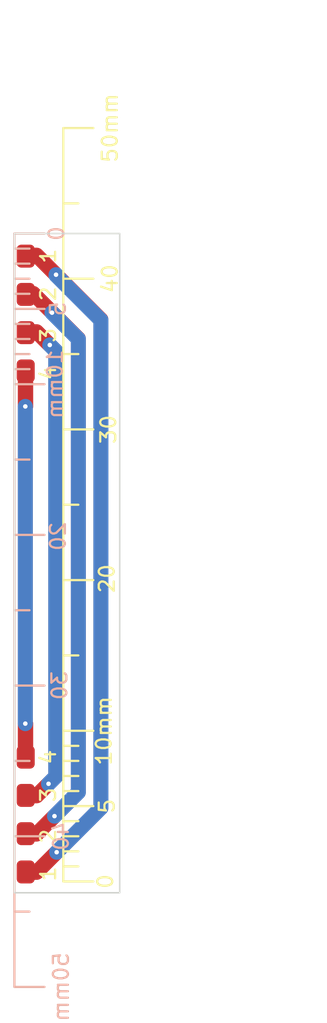
<source format=kicad_pcb>
(kicad_pcb (version 20211014) (generator pcbnew)
  (layers (0 "F.Cu" signal) (31 "B.Cu" signal) (34 "B.Paste" user) (35 "F.Paste" user) (36 "B.SilkS" user "B.Silkscreen") (37 "F.SilkS" user "F.Silkscreen") (38 "B.Mask" user) (39 "F.Mask" user) (44 "Edge.Cuts" user))
  (net 0 "")
  (net 1 "Net-(J1-Pad2)")
  (net 2 "Net-(J1-Pad3)")
  (net 3 "Net-(J1-Pad4)")
  (net 4 "Net-(J1-Pad1)")
  (footprint "Strip_connector:Strip_connector" (layer "F.Cu") (at 134.5 56.25)
    (fp_text reference "J1" hide)
    (fp_text value "Conn_01x04" hide)
    (pad "1" smd roundrect (at 0 0) (size 1.2 1.524) (layers "F.Cu" "F.Paste" "F.Mask") (net 4 "Net-(J1-Pad1)"))
    (pad "2" smd roundrect (at 0 2.54) (size 1.2 1.524) (layers "F.Cu" "F.Paste" "F.Mask") (net 1 "Net-(J1-Pad2)"))
    (pad "3" smd roundrect (at 0 5.08) (size 1.2 1.524) (layers "F.Cu" "F.Paste" "F.Mask") (net 2 "Net-(J1-Pad3)"))
    (pad "4" smd roundrect (at 0 7.62) (size 1.2 1.524) (layers "F.Cu" "F.Paste" "F.Mask") (net 3 "Net-(J1-Pad4)"))
  )
  (footprint "Calibration_Scale:Gauge_50mm_Type1_SilkScreenTop" (layer "F.Cu") (at 137 97.75 90)
    (fp_text reference "REF**" hide)
    (fp_text value "Gauge_50mm_Type1_SilkScreenTop" hide)
    (fp_text user "50mm" (at 49.9999 3.10134 90) (layer "F.SilkS"))
    (fp_text user "30" (at 29.99994 2.99974 90) (layer "F.SilkS"))
    (fp_text user "20" (at 20.09902 2.90068 90) (layer "F.SilkS"))
    (fp_text user "10mm" (at 9.99998 2.70002 90) (layer "F.SilkS"))
    (fp_text user "5" (at 4.99872 2.90068 90) (layer "F.SilkS"))
    (fp_text user "40" (at 39.99992 3.10134 90) (layer "F.SilkS"))
    (fp_text user "0" (at 0 2.79908 90) (layer "F.SilkS"))
    (fp_line (start 1.00076 0) (end 1.00076 1.00076) (layer "F.SilkS") (width 0.15))
    (fp_line (start 9.99998 0) (end 9.99998 1.99898) (layer "F.SilkS") (width 0.15))
    (fp_line (start 5.99948 0) (end 5.99948 1.00076) (layer "F.SilkS") (width 0.15))
    (fp_line (start 0 0) (end 9.99998 0) (layer "F.SilkS") (width 0.15))
    (fp_line (start 15.00124 0) (end 15.00124 1.00076) (layer "F.SilkS") (width 0.15))
    (fp_line (start 0 0) (end 0 1.99898) (layer "F.SilkS") (width 0.15))
    (fp_line (start 8.99922 0) (end 8.99922 1.00076) (layer "F.SilkS") (width 0.15))
    (fp_line (start 4.0005 0) (end 4.0005 1.00076) (layer "F.SilkS") (width 0.15))
    (fp_line (start 19.99996 0) (end 19.99996 1.99898) (layer "F.SilkS") (width 0.15))
    (fp_line (start 45.00118 0) (end 45.00118 1.00076) (layer "F.SilkS") (width 0.15))
    (fp_line (start 35.0012 0) (end 35.0012 1.00076) (layer "F.SilkS") (width 0.15))
    (fp_line (start 25.00122 0) (end 25.00122 1.00076) (layer "F.SilkS") (width 0.15))
    (fp_line (start 8.001 0) (end 8.001 1.00076) (layer "F.SilkS") (width 0.15))
    (fp_line (start 5.00126 0) (end 5.00126 1.99898) (layer "F.SilkS") (width 0.15))
    (fp_line (start 9.99998 0) (end 49.9999 0) (layer "F.SilkS") (width 0.15))
    (fp_line (start 29.99994 0) (end 29.99994 1.99898) (layer "F.SilkS") (width 0.15))
    (fp_line (start 2.99974 0) (end 2.99974 1.00076) (layer "F.SilkS") (width 0.15))
    (fp_line (start 1.99898 0) (end 1.99898 1.00076) (layer "F.SilkS") (width 0.15))
    (fp_line (start 7.00024 0) (end 7.00024 1.00076) (layer "F.SilkS") (width 0.15))
    (fp_line (start 49.9999 0) (end 49.9999 1.99898) (layer "F.SilkS") (width 0.15))
    (fp_line (start 39.99992 0) (end 39.99992 1.99898) (layer "F.SilkS") (width 0.15))
  )
  (footprint "Strip_connector:Strip_connector" (layer "F.Cu") (at 134.5 89.5)
    (fp_text reference "J2" hide)
    (fp_text value "Conn_01x04" hide)
    (pad "1" smd roundrect (at 0 0) (size 1.2 1.524) (layers "F.Cu" "F.Paste" "F.Mask") (net 3 "Net-(J1-Pad4)"))
    (pad "2" smd roundrect (at 0 2.54) (size 1.2 1.524) (layers "F.Cu" "F.Paste" "F.Mask") (net 2 "Net-(J1-Pad3)"))
    (pad "3" smd roundrect (at 0 5.08) (size 1.2 1.524) (layers "F.Cu" "F.Paste" "F.Mask") (net 1 "Net-(J1-Pad2)"))
    (pad "4" smd roundrect (at 0 7.62) (size 1.2 1.524) (layers "F.Cu" "F.Paste" "F.Mask") (net 4 "Net-(J1-Pad1)"))
  )
  (footprint "Calibration_Scale:Gauge_50mm_Type1_SilkScreenTop" (layer "B.Cu") (at 133.75 54.75 -90)
    (fp_text reference "REF**" hide)
    (fp_text value "Gauge_50mm_Type1_SilkScreenTop" hide)
    (fp_text user "40" (at 39.99992 -3.10134 90) (layer "B.SilkS") (effects (justify mirror)))
    (fp_text user "10mm" (at 9.99998 -2.70002 90) (layer "B.SilkS") (effects (justify mirror)))
    (fp_text user "20" (at 20.09902 -2.90068 90) (layer "B.SilkS") (effects (justify mirror)))
    (fp_text user "30" (at 29.99994 -2.99974 90) (layer "B.SilkS") (effects (justify mirror)))
    (fp_text user "5" (at 4.99872 -2.90068 90) (layer "B.SilkS") (effects (justify mirror)))
    (fp_text user "0" (at 0 -2.79908 90) (layer "B.SilkS") (effects (justify mirror)))
    (fp_text user "50mm" (at 49.9999 -3.10134 90) (layer "B.SilkS") (effects (justify mirror)))
    (fp_line (start 0 0) (end 0 -1.99898) (layer "B.SilkS") (width 0.15))
    (fp_line (start 9.99998 0) (end 49.9999 0) (layer "B.SilkS") (width 0.15))
    (fp_line (start 15.00124 0) (end 15.00124 -1.00076) (layer "B.SilkS") (width 0.15))
    (fp_line (start 7.00024 0) (end 7.00024 -1.00076) (layer "B.SilkS") (width 0.15))
    (fp_line (start 4.0005 0) (end 4.0005 -1.00076) (layer "B.SilkS") (width 0.15))
    (fp_line (start 25.00122 0) (end 25.00122 -1.00076) (layer "B.SilkS") (width 0.15))
    (fp_line (start 45.00118 0) (end 45.00118 -1.00076) (layer "B.SilkS") (width 0.15))
    (fp_line (start 9.99998 0) (end 9.99998 -1.99898) (layer "B.SilkS") (width 0.15))
    (fp_line (start 19.99996 0) (end 19.99996 -1.99898) (layer "B.SilkS") (width 0.15))
    (fp_line (start 0 0) (end 9.99998 0) (layer "B.SilkS") (width 0.15))
    (fp_line (start 5.99948 0) (end 5.99948 -1.00076) (layer "B.SilkS") (width 0.15))
    (fp_line (start 8.001 0) (end 8.001 -1.00076) (layer "B.SilkS") (width 0.15))
    (fp_line (start 2.99974 0) (end 2.99974 -1.00076) (layer "B.SilkS") (width 0.15))
    (fp_line (start 5.00126 0) (end 5.00126 -1.99898) (layer "B.SilkS") (width 0.15))
    (fp_line (start 39.99992 0) (end 39.99992 -1.99898) (layer "B.SilkS") (width 0.15))
    (fp_line (start 49.9999 0) (end 49.9999 -1.99898) (layer "B.SilkS") (width 0.15))
    (fp_line (start 1.99898 0) (end 1.99898 -1.00076) (layer "B.SilkS") (width 0.15))
    (fp_line (start 8.99922 0) (end 8.99922 -1.00076) (layer "B.SilkS") (width 0.15))
    (fp_line (start 1.00076 0) (end 1.00076 -1.00076) (layer "B.SilkS") (width 0.15))
    (fp_line (start 29.99994 0) (end 29.99994 -1.99898) (layer "B.SilkS") (width 0.15))
    (fp_line (start 35.0012 0) (end 35.0012 -1.00076) (layer "B.SilkS") (width 0.15))
  )
  (gr_rect (start 133.75 54.75) (end 140.75 98.5) (layer "Edge.Cuts") (width 0.1) (fill none))
  (gr_text "1" (at 136 97.25 90) (layer "F.SilkS") (effects (font (size 1 1))))
  (gr_text "4" (at 136 64 90) (layer "F.SilkS") (effects (font (size 1 1))))
  (gr_text "1" (at 136 56.25 90) (layer "F.SilkS") (effects (font (size 1 1))))
  (gr_text "3" (at 136 92 90) (layer "F.SilkS") (effects (font (size 1 1))))
  (gr_text "3" (at 136 61.5 90) (layer "F.SilkS") (effects (font (size 1 1))))
  (gr_text "2" (at 136 58.75 90) (layer "F.SilkS") (effects (font (size 1 1))))
  (gr_text "4" (at 136 89.5 90) (layer "F.SilkS") (effects (font (size 1 1))))
  (gr_text "2" (at 136 94.75 90) (layer "F.SilkS") (effects (font (size 1 1))))
  (segment (start 134.5 94.58) (end 135.2483 94.58) (width 1) (layer "F.Cu") (net 1))
  (segment (start 135.000792 58.73) (end 138 61.729208) (width 1) (layer "F.Cu") (net 1))
  (segment (start 138 61.729208) (end 138 91.8283) (width 1) (layer "F.Cu") (net 1))
  (segment (start 135.2483 94.58) (end 136.41415 93.41415) (width 1) (layer "F.Cu") (net 1))
  (segment (start 134.475 58.73) (end 135.000792 58.73) (width 1) (layer "F.Cu") (net 1))
  (segment (start 135.225 94.6033) (end 134.475 94.6033) (width 1) (layer "F.Cu") (net 1))
  (segment (start 136.41415 93.41415) (end 135.225 94.6033) (width 1) (layer "F.Cu") (net 1))
  (segment (start 138 91.8283) (end 136.41415 93.41415) (width 1) (layer "F.Cu") (net 1))
  (via (at 136.41415 93.41415) (size 0.6) (drill 0.3) (layers "F.Cu" "B.Cu") (net 1))
  (via (at 136.25 60.0025) (size 0.6) (drill 0.3) (layers "F.Cu" "B.Cu") (net 1))
  (segment (start 136.41415 93.41415) (end 138 91.8283) (width 1) (layer "B.Cu") (net 1))
  (segment (start 138 91.8283) (end 138 61.7525) (width 1) (layer "B.Cu") (net 1))
  (segment (start 138 61.7525) (end 136.25 60.0025) (width 1) (layer "B.Cu") (net 1))
  (segment (start 135.225 92.0633) (end 136.5 90.7883) (width 1) (layer "F.Cu") (net 2))
  (segment (start 136.5 90.7883) (end 136.5 62.545) (width 1) (layer "F.Cu") (net 2))
  (segment (start 136.5 62.545) (end 136.1025 62.1475) (width 1) (layer "F.Cu") (net 2))
  (segment (start 134.475 92.0633) (end 135.225 92.0633) (width 1) (layer "F.Cu") (net 2))
  (segment (start 135.285 61.33) (end 136.1025 62.1475) (width 1) (layer "F.Cu") (net 2))
  (segment (start 136.1025 62.1475) (end 135.225 61.27) (width 1) (layer "F.Cu") (net 2))
  (segment (start 135.225 61.27) (end 134.475 61.27) (width 1) (layer "F.Cu") (net 2))
  (segment (start 134.5 61.33) (end 135.285 61.33) (width 1) (layer "F.Cu") (net 2))
  (via (at 136.01915 91.26915) (size 0.6) (drill 0.3) (layers "F.Cu" "B.Cu") (net 2))
  (via (at 136.1025 62.1475) (size 0.6) (drill 0.3) (layers "F.Cu" "B.Cu") (net 2))
  (segment (start 136.5 62.545) (end 136.5 90.7883) (width 1) (layer "B.Cu") (net 2))
  (segment (start 136.5 90.7883) (end 136.01915 91.26915) (width 1) (layer "B.Cu") (net 2))
  (segment (start 136.1025 62.1475) (end 136.5 62.545) (width 1) (layer "B.Cu") (net 2))
  (segment (start 134.475 63.81) (end 134.475 66.225) (width 1) (layer "F.Cu") (net 3))
  (segment (start 134.5 66.2) (end 134.475 66.225) (width 1) (layer "F.Cu") (net 3))
  (segment (start 134.475 66.225) (end 134.475 87.275) (width 1) (layer "F.Cu") (net 3))
  (segment (start 134.5 87.3) (end 134.475 87.275) (width 1) (layer "F.Cu") (net 3))
  (segment (start 134.5 63.87) (end 134.5 66.2) (width 1) (layer "F.Cu") (net 3))
  (segment (start 134.5 89.5) (end 134.5 87.3) (width 1) (layer "F.Cu") (net 3))
  (segment (start 134.475 87.275) (end 134.475 89.5233) (width 1) (layer "F.Cu") (net 3))
  (via (at 134.475 87.275) (size 0.6) (drill 0.3) (layers "F.Cu" "B.Cu") (net 3))
  (via (at 134.475 66.225) (size 0.6) (drill 0.3) (layers "F.Cu" "B.Cu") (net 3))
  (segment (start 134.475 66.225) (end 134.475 86.975) (width 1) (layer "B.Cu") (net 3))
  (segment (start 134.475 87.275) (end 134.475 86.975) (width 1) (layer "B.Cu") (net 3))
  (segment (start 135.225 56.19) (end 136.5175 57.4825) (width 1) (layer "F.Cu") (net 4))
  (segment (start 134.5 56.25) (end 135.285 56.25) (width 1) (layer "F.Cu") (net 4))
  (segment (start 135.285 56.25) (end 136.5175 57.4825) (width 1) (layer "F.Cu") (net 4))
  (segment (start 136.5175 57.4825) (end 139.5 60.465) (width 1) (layer "F.Cu") (net 4))
  (segment (start 135.225 97.1433) (end 134.475 97.1433) (width 1) (layer "F.Cu") (net 4))
  (segment (start 139.5 60.465) (end 139.5 92.8683) (width 1) (layer "F.Cu") (net 4))
  (segment (start 134.475 56.19) (end 135.225 56.19) (width 1) (layer "F.Cu") (net 4))
  (segment (start 139.5 92.8683) (end 135.225 97.1433) (width 1) (layer "F.Cu") (net 4))
  (via (at 136.55915 95.80915) (size 0.6) (drill 0.3) (layers "F.Cu" "B.Cu") (net 4))
  (via (at 136.5175 57.4825) (size 0.6) (drill 0.3) (layers "F.Cu" "B.Cu") (net 4))
  (segment (start 136.5175 57.4825) (end 136.5175 57.5175) (width 1) (layer "B.Cu") (net 4))
  (segment (start 139.5 92.8683) (end 136.55915 95.80915) (width 1) (layer "B.Cu") (net 4))
  (segment (start 139.5 60.5) (end 139.5 92.8683) (width 1) (layer "B.Cu") (net 4))
  (segment (start 136.5175 57.5175) (end 139.5 60.5) (width 1) (layer "B.Cu") (net 4))
)
</source>
